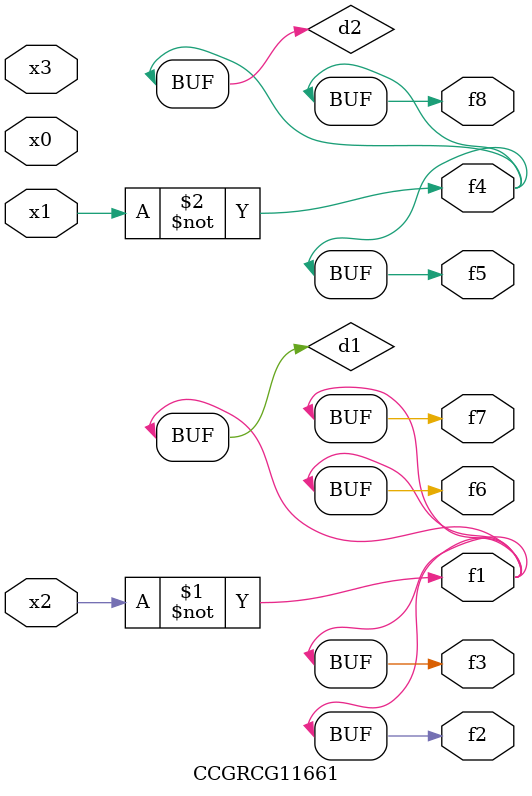
<source format=v>
module CCGRCG11661(
	input x0, x1, x2, x3,
	output f1, f2, f3, f4, f5, f6, f7, f8
);

	wire d1, d2;

	xnor (d1, x2);
	not (d2, x1);
	assign f1 = d1;
	assign f2 = d1;
	assign f3 = d1;
	assign f4 = d2;
	assign f5 = d2;
	assign f6 = d1;
	assign f7 = d1;
	assign f8 = d2;
endmodule

</source>
